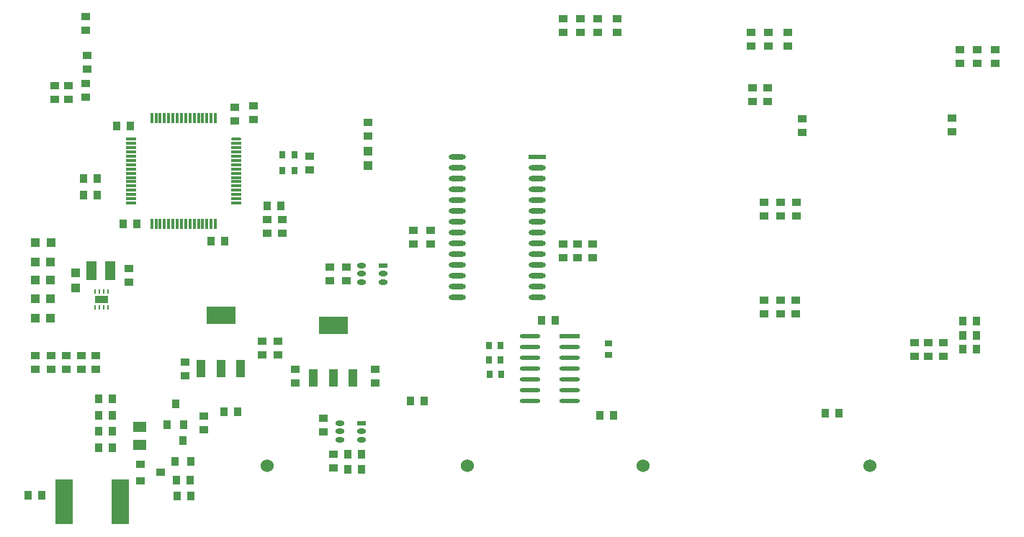
<source format=gbp>
G04*
G04 #@! TF.GenerationSoftware,Altium Limited,Altium Designer,19.1.5 (86)*
G04*
G04 Layer_Color=128*
%FSLAX24Y24*%
%MOIN*%
G70*
G01*
G75*
%ADD17C,0.0600*%
%ADD18R,0.0433X0.0394*%
%ADD67R,0.0374X0.0315*%
%ADD68R,0.0315X0.0374*%
%ADD69R,0.0394X0.0354*%
%ADD70R,0.0433X0.0433*%
%ADD71R,0.0433X0.0433*%
%ADD72R,0.0098X0.0197*%
%ADD73R,0.0630X0.0354*%
%ADD74R,0.0476X0.0874*%
%ADD75R,0.0315X0.0354*%
%ADD76R,0.0787X0.2087*%
%ADD77R,0.0433X0.0846*%
%ADD78R,0.0433X0.0846*%
%ADD79R,0.1378X0.0846*%
%ADD80O,0.0787X0.0236*%
%ADD81R,0.0787X0.0236*%
%ADD82R,0.0591X0.0492*%
%ADD83R,0.0118X0.0472*%
%ADD84R,0.0472X0.0118*%
%ADD85O,0.0472X0.0118*%
%ADD86O,0.0433X0.0236*%
%ADD87R,0.0433X0.0236*%
%ADD88R,0.0354X0.0394*%
%ADD89O,0.0940X0.0197*%
%ADD90R,0.0940X0.0197*%
%ADD91R,0.0335X0.0394*%
%ADD92R,0.0335X0.0394*%
%ADD93R,0.0394X0.0335*%
%ADD94R,0.0394X0.0335*%
D17*
X42900Y3000D02*
D03*
X24250D02*
D03*
X32400D02*
D03*
X15000D02*
D03*
D18*
X19650Y17569D02*
D03*
Y16900D02*
D03*
D67*
X30780Y8154D02*
D03*
Y8686D02*
D03*
D68*
X25816Y7240D02*
D03*
X25284D02*
D03*
X25806Y7930D02*
D03*
X25274D02*
D03*
X25806Y8570D02*
D03*
X25274D02*
D03*
D69*
X8600Y11515D02*
D03*
Y12145D02*
D03*
X14350Y19035D02*
D03*
Y19665D02*
D03*
X16950Y16715D02*
D03*
Y17345D02*
D03*
X11200Y7800D02*
D03*
Y7170D02*
D03*
X18050Y2920D02*
D03*
Y3550D02*
D03*
X17600Y5215D02*
D03*
Y4585D02*
D03*
X31200Y23085D02*
D03*
Y23715D02*
D03*
X48700Y21635D02*
D03*
Y22265D02*
D03*
X20000Y7465D02*
D03*
Y6835D02*
D03*
X4250Y8115D02*
D03*
Y7485D02*
D03*
X5000Y8115D02*
D03*
Y7485D02*
D03*
X46300Y8085D02*
D03*
Y8715D02*
D03*
X45600Y8085D02*
D03*
Y8715D02*
D03*
X38000Y10035D02*
D03*
Y10665D02*
D03*
X38750Y10035D02*
D03*
Y10665D02*
D03*
X38000Y15215D02*
D03*
Y14585D02*
D03*
X38750D02*
D03*
Y15215D02*
D03*
X17900Y11570D02*
D03*
Y12200D02*
D03*
X18650Y11585D02*
D03*
Y12215D02*
D03*
X37400Y22435D02*
D03*
Y23065D02*
D03*
X38200Y22435D02*
D03*
Y23065D02*
D03*
X47850Y22265D02*
D03*
Y21635D02*
D03*
X38150Y19885D02*
D03*
Y20515D02*
D03*
X47050Y22265D02*
D03*
Y21635D02*
D03*
X37450Y19885D02*
D03*
Y20515D02*
D03*
X30300Y23085D02*
D03*
Y23715D02*
D03*
X15000Y13770D02*
D03*
Y14400D02*
D03*
X15700Y13770D02*
D03*
Y14400D02*
D03*
X13500Y19615D02*
D03*
Y18985D02*
D03*
X6400Y8115D02*
D03*
Y7485D02*
D03*
X5150Y20615D02*
D03*
Y19985D02*
D03*
X5800Y20615D02*
D03*
Y19985D02*
D03*
X6600Y20070D02*
D03*
Y20700D02*
D03*
X6650Y22015D02*
D03*
Y21385D02*
D03*
X6600Y23815D02*
D03*
Y23185D02*
D03*
X19650Y18285D02*
D03*
Y18915D02*
D03*
X29500Y23715D02*
D03*
Y23085D02*
D03*
X29350Y12635D02*
D03*
Y13265D02*
D03*
X21750Y13285D02*
D03*
Y13915D02*
D03*
X22550Y13285D02*
D03*
Y13915D02*
D03*
X16300Y7465D02*
D03*
Y6835D02*
D03*
X5700Y7485D02*
D03*
Y8115D02*
D03*
X14750Y8155D02*
D03*
Y8785D02*
D03*
X15490Y8135D02*
D03*
Y8765D02*
D03*
X39100Y22435D02*
D03*
Y23065D02*
D03*
X39750Y19065D02*
D03*
Y18435D02*
D03*
X46700Y19115D02*
D03*
Y18485D02*
D03*
X28700Y12635D02*
D03*
Y13265D02*
D03*
X28700Y23715D02*
D03*
Y23085D02*
D03*
X12050Y5315D02*
D03*
Y4685D02*
D03*
X44950Y8715D02*
D03*
Y8085D02*
D03*
X39500Y14585D02*
D03*
Y15215D02*
D03*
X30050Y12635D02*
D03*
Y13265D02*
D03*
X39450Y10035D02*
D03*
Y10665D02*
D03*
X7050Y7485D02*
D03*
Y8115D02*
D03*
D70*
X4276Y13340D02*
D03*
X4984D02*
D03*
X4954Y9850D02*
D03*
X4246D02*
D03*
X4954Y11600D02*
D03*
X4246D02*
D03*
X4246Y12450D02*
D03*
X4954D02*
D03*
X4246Y10750D02*
D03*
X4954D02*
D03*
D71*
X6140Y11256D02*
D03*
Y11964D02*
D03*
D72*
X7025Y11094D02*
D03*
X7222D02*
D03*
X7418D02*
D03*
X7615D02*
D03*
Y10346D02*
D03*
X7418D02*
D03*
X7222D02*
D03*
X7025D02*
D03*
D73*
X7320Y10720D02*
D03*
D74*
X6867Y12040D02*
D03*
X7733D02*
D03*
D75*
X16271Y16675D02*
D03*
Y17404D02*
D03*
X15700Y16675D02*
D03*
Y17404D02*
D03*
D76*
X8199Y1350D02*
D03*
X5601D02*
D03*
D77*
X18956Y7080D02*
D03*
X17144D02*
D03*
X13756Y7530D02*
D03*
X11944D02*
D03*
D78*
X18050Y7080D02*
D03*
X12850Y7530D02*
D03*
D79*
X18050Y9520D02*
D03*
X12850Y9970D02*
D03*
D80*
X23800Y10800D02*
D03*
Y11300D02*
D03*
Y11800D02*
D03*
Y12300D02*
D03*
Y12800D02*
D03*
Y13300D02*
D03*
Y13800D02*
D03*
Y14300D02*
D03*
Y14800D02*
D03*
Y15300D02*
D03*
Y15800D02*
D03*
Y16300D02*
D03*
Y16800D02*
D03*
Y17300D02*
D03*
X27501Y10800D02*
D03*
Y11300D02*
D03*
Y11800D02*
D03*
Y12300D02*
D03*
Y12800D02*
D03*
Y13300D02*
D03*
Y13800D02*
D03*
Y14300D02*
D03*
Y14800D02*
D03*
Y15300D02*
D03*
Y15800D02*
D03*
Y16300D02*
D03*
Y16800D02*
D03*
D81*
Y17300D02*
D03*
D82*
X9100Y4813D02*
D03*
Y3987D02*
D03*
D83*
X12603Y19100D02*
D03*
X12406D02*
D03*
X12209D02*
D03*
X12012D02*
D03*
X11815D02*
D03*
X11618D02*
D03*
X11422D02*
D03*
X11225D02*
D03*
X11028D02*
D03*
X10831D02*
D03*
X10634D02*
D03*
X10437D02*
D03*
X10241D02*
D03*
X10044D02*
D03*
X9847D02*
D03*
X9650D02*
D03*
Y14218D02*
D03*
X9847D02*
D03*
X10044D02*
D03*
X10241D02*
D03*
X10437D02*
D03*
X10634D02*
D03*
X10831D02*
D03*
X11028D02*
D03*
X11225D02*
D03*
X11422D02*
D03*
X11618D02*
D03*
X11815D02*
D03*
X12012D02*
D03*
X12209D02*
D03*
X12406D02*
D03*
X12603D02*
D03*
D84*
X8685Y18135D02*
D03*
Y17939D02*
D03*
Y17742D02*
D03*
Y17545D02*
D03*
Y17348D02*
D03*
Y17151D02*
D03*
Y16954D02*
D03*
Y16757D02*
D03*
Y16561D02*
D03*
Y16364D02*
D03*
Y16167D02*
D03*
Y15970D02*
D03*
Y15773D02*
D03*
Y15576D02*
D03*
Y15380D02*
D03*
Y15183D02*
D03*
X13567D02*
D03*
Y15380D02*
D03*
Y15576D02*
D03*
Y15773D02*
D03*
Y15970D02*
D03*
Y16167D02*
D03*
Y16364D02*
D03*
Y16561D02*
D03*
Y16757D02*
D03*
Y16954D02*
D03*
Y17151D02*
D03*
Y17348D02*
D03*
Y17545D02*
D03*
Y17742D02*
D03*
Y17939D02*
D03*
D85*
Y18135D02*
D03*
D86*
X19350Y11526D02*
D03*
Y11900D02*
D03*
Y12274D02*
D03*
X20374Y11526D02*
D03*
Y11900D02*
D03*
X19374Y4600D02*
D03*
Y4226D02*
D03*
X18350Y4974D02*
D03*
Y4600D02*
D03*
Y4226D02*
D03*
D87*
X20374Y12274D02*
D03*
X19374Y4974D02*
D03*
D88*
X28315Y9750D02*
D03*
X27685D02*
D03*
X13615Y5500D02*
D03*
X12985D02*
D03*
X19365Y3550D02*
D03*
X18735D02*
D03*
Y2850D02*
D03*
X19365D02*
D03*
X4565Y1650D02*
D03*
X3935D02*
D03*
X7815Y6100D02*
D03*
X7185D02*
D03*
X47815Y9050D02*
D03*
X47185D02*
D03*
X13015Y13400D02*
D03*
X12385D02*
D03*
X8335Y14200D02*
D03*
X8965D02*
D03*
X8035Y18750D02*
D03*
X8665D02*
D03*
X15615Y15035D02*
D03*
X14985D02*
D03*
X6485Y16300D02*
D03*
X7115D02*
D03*
X7115Y15550D02*
D03*
X6485D02*
D03*
X7815Y5350D02*
D03*
X7185D02*
D03*
Y4600D02*
D03*
X7815D02*
D03*
X7185Y3850D02*
D03*
X7815D02*
D03*
X47185Y8400D02*
D03*
X47815D02*
D03*
X47185Y9700D02*
D03*
X47815D02*
D03*
X40835Y5450D02*
D03*
X41465D02*
D03*
X31015Y5350D02*
D03*
X30385D02*
D03*
X10785Y2350D02*
D03*
X11415D02*
D03*
X10835Y1600D02*
D03*
X11465D02*
D03*
X21635Y6000D02*
D03*
X22265D02*
D03*
D89*
X27170D02*
D03*
Y6500D02*
D03*
Y7000D02*
D03*
Y7500D02*
D03*
Y8000D02*
D03*
Y8500D02*
D03*
Y9000D02*
D03*
X29000Y6000D02*
D03*
Y6500D02*
D03*
Y7000D02*
D03*
Y7500D02*
D03*
Y8000D02*
D03*
Y8500D02*
D03*
D90*
Y9000D02*
D03*
D91*
X10750Y5872D02*
D03*
X11124Y4928D02*
D03*
X11100Y4172D02*
D03*
X11474Y3228D02*
D03*
D92*
X10376Y4928D02*
D03*
X10726Y3228D02*
D03*
D93*
X9128Y2326D02*
D03*
X10072Y2700D02*
D03*
D94*
X9128Y3074D02*
D03*
M02*

</source>
